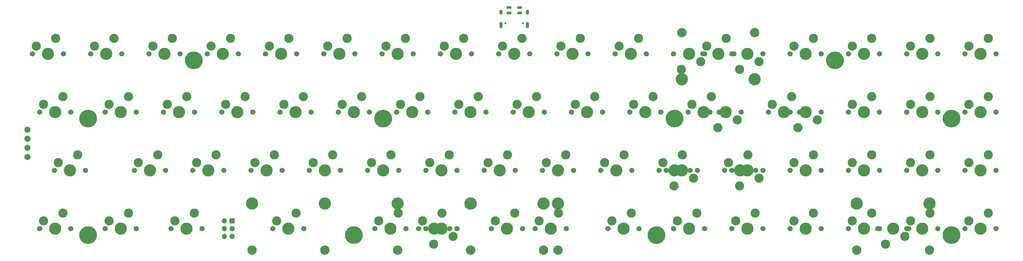
<source format=gts>
G04 #@! TF.GenerationSoftware,KiCad,Pcbnew,(5.99.0-10161-g3a96736b1f)*
G04 #@! TF.CreationDate,2021-06-27T22:24:53+03:00*
G04 #@! TF.ProjectId,lyra_alpha,6c797261-5f61-46c7-9068-612e6b696361,rev?*
G04 #@! TF.SameCoordinates,Original*
G04 #@! TF.FileFunction,Soldermask,Top*
G04 #@! TF.FilePolarity,Negative*
%FSLAX46Y46*%
G04 Gerber Fmt 4.6, Leading zero omitted, Abs format (unit mm)*
G04 Created by KiCad (PCBNEW (5.99.0-10161-g3a96736b1f)) date 2021-06-27 22:24:53*
%MOMM*%
%LPD*%
G01*
G04 APERTURE LIST*
%ADD10C,1.701800*%
%ADD11C,3.000000*%
%ADD12C,3.987800*%
%ADD13C,4.000000*%
%ADD14C,3.050000*%
%ADD15R,1.600000X0.850000*%
%ADD16C,0.600000*%
%ADD17C,5.800000*%
%ADD18C,2.000000*%
%ADD19C,0.650000*%
%ADD20O,1.000000X2.100000*%
%ADD21O,1.000000X1.600000*%
%ADD22R,1.700000X1.700000*%
%ADD23O,1.700000X1.700000*%
G04 APERTURE END LIST*
D10*
X283686000Y-123825000D03*
D11*
X274796000Y-121285000D03*
D10*
X273526000Y-123825000D03*
D12*
X278606000Y-123825000D03*
D11*
X281146000Y-118745000D03*
D13*
X378612000Y-115585000D03*
D14*
X378612000Y-130825000D03*
D13*
X354812000Y-115585000D03*
D14*
X354812000Y-130825000D03*
D15*
X244638000Y-53262400D03*
X244638000Y-51512400D03*
X241138000Y-51512400D03*
X241138000Y-53262400D03*
D16*
X139548841Y-70195441D03*
X136675159Y-67321759D03*
X140144000Y-68758600D03*
X136675159Y-70195441D03*
X139548841Y-67321759D03*
X136080000Y-68758600D03*
X138112000Y-66726600D03*
D17*
X138112000Y-68758600D03*
D16*
X138112000Y-70790600D03*
D13*
X157169000Y-115585000D03*
D14*
X180969000Y-130825000D03*
X157169000Y-130825000D03*
D13*
X180969000Y-115585000D03*
X228594000Y-115585000D03*
X204794000Y-115585000D03*
D14*
X228594000Y-130825000D03*
X204794000Y-130825000D03*
X297662000Y-59675000D03*
X321462000Y-59675000D03*
D13*
X321462000Y-74915000D03*
X297662000Y-74915000D03*
D11*
X86677500Y-64135000D03*
D12*
X90487500Y-66675000D03*
D10*
X95567500Y-66675000D03*
X85407500Y-66675000D03*
D11*
X93027500Y-61595000D03*
X124778000Y-64135000D03*
D10*
X133668000Y-66675000D03*
X123508000Y-66675000D03*
D12*
X128588000Y-66675000D03*
D11*
X131128000Y-61595000D03*
D10*
X161608000Y-66675000D03*
D11*
X169228000Y-61595000D03*
X162878000Y-64135000D03*
D12*
X166688000Y-66675000D03*
D10*
X171768000Y-66675000D03*
D11*
X207328000Y-61595000D03*
D10*
X209868000Y-66675000D03*
D11*
X200978000Y-64135000D03*
D10*
X199708000Y-66675000D03*
D12*
X204788000Y-66675000D03*
D11*
X245428000Y-61595000D03*
D10*
X237808000Y-66675000D03*
X247968000Y-66675000D03*
D11*
X239078000Y-64135000D03*
D12*
X242888000Y-66675000D03*
D10*
X286068000Y-66675000D03*
X275908000Y-66675000D03*
D12*
X280988000Y-66675000D03*
D11*
X283528000Y-61595000D03*
X277178000Y-64135000D03*
D12*
X319088000Y-66675000D03*
D10*
X314008000Y-66675000D03*
D11*
X322898000Y-69215000D03*
D10*
X324168000Y-66675000D03*
D11*
X316548000Y-71755000D03*
D10*
X362268000Y-66675000D03*
D11*
X353378000Y-64135000D03*
D12*
X357188000Y-66675000D03*
D11*
X359728000Y-61595000D03*
D10*
X352108000Y-66675000D03*
X390208000Y-66675000D03*
D11*
X391478000Y-64135000D03*
D12*
X395288000Y-66675000D03*
D10*
X400368000Y-66675000D03*
D11*
X397828000Y-61595000D03*
D12*
X92868800Y-85725000D03*
D11*
X89058800Y-83185000D03*
D10*
X87788800Y-85725000D03*
X97948800Y-85725000D03*
D11*
X95408800Y-80645000D03*
X135890000Y-80645000D03*
D10*
X128270000Y-85725000D03*
D12*
X133350000Y-85725000D03*
D10*
X138430000Y-85725000D03*
D11*
X129540000Y-83185000D03*
X167640000Y-83185000D03*
X173990000Y-80645000D03*
D12*
X171450000Y-85725000D03*
D10*
X166370000Y-85725000D03*
X176530000Y-85725000D03*
X252730000Y-85725000D03*
X242570000Y-85725000D03*
D12*
X247650000Y-85725000D03*
D11*
X243840000Y-83185000D03*
X250190000Y-80645000D03*
D10*
X290830000Y-85725000D03*
D11*
X281940000Y-83185000D03*
D12*
X285750000Y-85725000D03*
D10*
X280670000Y-85725000D03*
D11*
X288290000Y-80645000D03*
D10*
X325914000Y-85725000D03*
D11*
X333534000Y-80645000D03*
X327184000Y-83185000D03*
D10*
X336074000Y-85725000D03*
D12*
X330994000Y-85725000D03*
D10*
X362268000Y-85725000D03*
D12*
X357188000Y-85725000D03*
D11*
X353378000Y-83185000D03*
D10*
X352108000Y-85725000D03*
D11*
X359728000Y-80645000D03*
D12*
X395288000Y-85725000D03*
D11*
X391478000Y-83185000D03*
D10*
X390208000Y-85725000D03*
D11*
X397828000Y-80645000D03*
D10*
X400368000Y-85725000D03*
D11*
X93821200Y-102235000D03*
X100171200Y-99695000D03*
D10*
X102711200Y-104775000D03*
X92551200Y-104775000D03*
D12*
X97631200Y-104775000D03*
X142875000Y-104775000D03*
D11*
X139065000Y-102235000D03*
D10*
X147955000Y-104775000D03*
X137795000Y-104775000D03*
D11*
X145415000Y-99695000D03*
D10*
X186055000Y-104775000D03*
X175895000Y-104775000D03*
D11*
X177165000Y-102235000D03*
X183515000Y-99695000D03*
D12*
X180975000Y-104775000D03*
D10*
X224155000Y-104775000D03*
D11*
X221615000Y-99695000D03*
D10*
X213995000Y-104775000D03*
D11*
X215265000Y-102235000D03*
D12*
X219075000Y-104775000D03*
X257175000Y-104775000D03*
D10*
X262255000Y-104775000D03*
D11*
X253365000Y-102235000D03*
X259715000Y-99695000D03*
D10*
X252095000Y-104775000D03*
X290195000Y-104775000D03*
X300355000Y-104775000D03*
D11*
X291465000Y-102235000D03*
X297815000Y-99695000D03*
D12*
X295275000Y-104775000D03*
X338138000Y-104775000D03*
D11*
X334328000Y-102235000D03*
D10*
X333058000Y-104775000D03*
D11*
X340678000Y-99695000D03*
D10*
X343218000Y-104775000D03*
D11*
X353378000Y-102235000D03*
D10*
X362268000Y-104775000D03*
D12*
X357188000Y-104775000D03*
D10*
X352108000Y-104775000D03*
D11*
X359728000Y-99695000D03*
D10*
X400368000Y-104775000D03*
X390208000Y-104775000D03*
D11*
X391478000Y-102235000D03*
D12*
X395288000Y-104775000D03*
D11*
X397828000Y-99695000D03*
D10*
X87788800Y-123825000D03*
D11*
X95408800Y-118745000D03*
X89058800Y-121285000D03*
D10*
X97948800Y-123825000D03*
D12*
X92868800Y-123825000D03*
D11*
X131921000Y-121285000D03*
D12*
X135731000Y-123825000D03*
D10*
X130651000Y-123825000D03*
X140811000Y-123825000D03*
D11*
X138271000Y-118745000D03*
D12*
X338138000Y-85725000D03*
D10*
X333058000Y-85725000D03*
D11*
X335598000Y-90805000D03*
D10*
X343218000Y-85725000D03*
D11*
X341948000Y-88265000D03*
X204946000Y-118745000D03*
D10*
X197326000Y-123825000D03*
D11*
X198596000Y-121285000D03*
D12*
X202406000Y-123825000D03*
D10*
X207486000Y-123825000D03*
D11*
X236696000Y-121285000D03*
D10*
X235426000Y-123825000D03*
X245586000Y-123825000D03*
D11*
X243046000Y-118745000D03*
D12*
X240506000Y-123825000D03*
D10*
X324168000Y-123825000D03*
D11*
X321628000Y-118745000D03*
D12*
X319088000Y-123825000D03*
D10*
X314008000Y-123825000D03*
D11*
X315278000Y-121285000D03*
D10*
X362268000Y-123825000D03*
X352108000Y-123825000D03*
D11*
X353378000Y-121285000D03*
D12*
X357188000Y-123825000D03*
D11*
X359728000Y-118745000D03*
X397828000Y-118745000D03*
X391478000Y-121285000D03*
D10*
X400368000Y-123825000D03*
X390208000Y-123825000D03*
D12*
X395288000Y-123825000D03*
D11*
X112078000Y-61595000D03*
D10*
X114618000Y-66675000D03*
D12*
X109538000Y-66675000D03*
D10*
X104458000Y-66675000D03*
D11*
X105728000Y-64135000D03*
D12*
X147638000Y-66675000D03*
D11*
X143828000Y-64135000D03*
X150178000Y-61595000D03*
D10*
X142558000Y-66675000D03*
X152718000Y-66675000D03*
D11*
X188278000Y-61595000D03*
X181928000Y-64135000D03*
D12*
X185738000Y-66675000D03*
D10*
X190818000Y-66675000D03*
X180658000Y-66675000D03*
D12*
X223838000Y-66675000D03*
D11*
X226378000Y-61595000D03*
X220028000Y-64135000D03*
D10*
X218758000Y-66675000D03*
X228918000Y-66675000D03*
D12*
X261938000Y-66675000D03*
D10*
X256858000Y-66675000D03*
X267018000Y-66675000D03*
D11*
X258128000Y-64135000D03*
X264478000Y-61595000D03*
D10*
X305118000Y-66675000D03*
D12*
X300038000Y-66675000D03*
D11*
X297498000Y-71755000D03*
D10*
X294958000Y-66675000D03*
D11*
X303848000Y-69215000D03*
D10*
X343218000Y-66675000D03*
D11*
X340678000Y-61595000D03*
X334328000Y-64135000D03*
D10*
X333058000Y-66675000D03*
D12*
X338138000Y-66675000D03*
D11*
X378778000Y-61595000D03*
D12*
X376238000Y-66675000D03*
D11*
X372428000Y-64135000D03*
D10*
X381318000Y-66675000D03*
X371158000Y-66675000D03*
X371792000Y-123825000D03*
D11*
X364172000Y-128905000D03*
D12*
X366712000Y-123825000D03*
D10*
X361632000Y-123825000D03*
D11*
X370522000Y-126365000D03*
D10*
X109220000Y-85725000D03*
D11*
X116840000Y-80645000D03*
D10*
X119380000Y-85725000D03*
D11*
X110490000Y-83185000D03*
D12*
X114300000Y-85725000D03*
D11*
X148590000Y-83185000D03*
X154940000Y-80645000D03*
D12*
X152400000Y-85725000D03*
D10*
X157480000Y-85725000D03*
X147320000Y-85725000D03*
X195580000Y-85725000D03*
D11*
X186690000Y-83185000D03*
D12*
X190500000Y-85725000D03*
D11*
X193040000Y-80645000D03*
D10*
X185420000Y-85725000D03*
X233680000Y-85725000D03*
X223520000Y-85725000D03*
D11*
X224790000Y-83185000D03*
X231140000Y-80645000D03*
D12*
X228600000Y-85725000D03*
D11*
X262890000Y-83185000D03*
X269240000Y-80645000D03*
D10*
X261620000Y-85725000D03*
D12*
X266700000Y-85725000D03*
D10*
X271780000Y-85725000D03*
D12*
X304800000Y-85725000D03*
D10*
X299720000Y-85725000D03*
X309880000Y-85725000D03*
D11*
X300990000Y-83185000D03*
X307340000Y-80645000D03*
D10*
X306864000Y-85725000D03*
D11*
X315754000Y-88265000D03*
D10*
X317024000Y-85725000D03*
D11*
X309404000Y-90805000D03*
D12*
X311944000Y-85725000D03*
X376238000Y-85725000D03*
D11*
X378778000Y-80645000D03*
D10*
X371158000Y-85725000D03*
D11*
X372428000Y-83185000D03*
D10*
X381318000Y-85725000D03*
X292576000Y-104775000D03*
D11*
X295116000Y-109855000D03*
D10*
X302736000Y-104775000D03*
D12*
X297656000Y-104775000D03*
D11*
X301466000Y-107315000D03*
D12*
X123825000Y-104775000D03*
D11*
X126365000Y-99695000D03*
X120015000Y-102235000D03*
D10*
X128905000Y-104775000D03*
X118745000Y-104775000D03*
D12*
X161925000Y-104775000D03*
D10*
X167005000Y-104775000D03*
X156845000Y-104775000D03*
D11*
X158115000Y-102235000D03*
X164465000Y-99695000D03*
X196215000Y-102235000D03*
D10*
X194945000Y-104775000D03*
D12*
X200025000Y-104775000D03*
D10*
X205105000Y-104775000D03*
D11*
X202565000Y-99695000D03*
X240665000Y-99695000D03*
X234315000Y-102235000D03*
D10*
X243205000Y-104775000D03*
X233045000Y-104775000D03*
D12*
X238125000Y-104775000D03*
D10*
X281305000Y-104775000D03*
D11*
X278765000Y-99695000D03*
D10*
X271145000Y-104775000D03*
D11*
X272415000Y-102235000D03*
D12*
X276225000Y-104775000D03*
D11*
X312896000Y-102235000D03*
D10*
X311626000Y-104775000D03*
D12*
X316706000Y-104775000D03*
D10*
X321786000Y-104775000D03*
D11*
X319246000Y-99695000D03*
D10*
X314642000Y-66675000D03*
X304482000Y-66675000D03*
D11*
X305752000Y-64135000D03*
D12*
X309562000Y-66675000D03*
D11*
X312102000Y-61595000D03*
X378778000Y-99695000D03*
D10*
X371158000Y-104775000D03*
D12*
X376238000Y-104775000D03*
D11*
X372428000Y-102235000D03*
D10*
X381318000Y-104775000D03*
D11*
X322898000Y-107315000D03*
D10*
X314008000Y-104775000D03*
D12*
X319088000Y-104775000D03*
D10*
X324168000Y-104775000D03*
D11*
X316548000Y-109855000D03*
X110490000Y-121285000D03*
X116840000Y-118745000D03*
D10*
X109220000Y-123825000D03*
X119380000Y-123825000D03*
D12*
X114300000Y-123825000D03*
X169069000Y-123825000D03*
D11*
X171609000Y-118745000D03*
X165259000Y-121285000D03*
D10*
X163989000Y-123825000D03*
X174149000Y-123825000D03*
X221774000Y-123825000D03*
D11*
X212884000Y-121285000D03*
D12*
X216694000Y-123825000D03*
D10*
X211614000Y-123825000D03*
D11*
X219234000Y-118745000D03*
D12*
X219075000Y-123825000D03*
D11*
X216535000Y-128905000D03*
X222885000Y-126365000D03*
D10*
X213995000Y-123825000D03*
X224155000Y-123825000D03*
D12*
X254794000Y-123825000D03*
D11*
X250984000Y-121285000D03*
D10*
X259874000Y-123825000D03*
D11*
X257334000Y-118745000D03*
D10*
X249714000Y-123825000D03*
X294958000Y-123825000D03*
D11*
X296228000Y-121285000D03*
X302578000Y-118745000D03*
D12*
X300038000Y-123825000D03*
D10*
X305118000Y-123825000D03*
D12*
X338138000Y-123825000D03*
D10*
X333058000Y-123825000D03*
D11*
X334328000Y-121285000D03*
D10*
X343218000Y-123825000D03*
D11*
X340678000Y-118745000D03*
D12*
X376238000Y-123825000D03*
D11*
X378778000Y-118745000D03*
D10*
X371158000Y-123825000D03*
X381318000Y-123825000D03*
D11*
X372428000Y-121285000D03*
D14*
X257169000Y-130825000D03*
X157169000Y-130825000D03*
D13*
X257169000Y-115585000D03*
X157169000Y-115585000D03*
D16*
X349098841Y-67321759D03*
X347662000Y-66726600D03*
X346225159Y-67321759D03*
X349694000Y-68758600D03*
X347662000Y-70790600D03*
X349098841Y-70195441D03*
X346225159Y-70195441D03*
X345630000Y-68758600D03*
D17*
X347662000Y-68758600D03*
D11*
X212090000Y-80645000D03*
D10*
X204470000Y-85725000D03*
X214630000Y-85725000D03*
D12*
X209550000Y-85725000D03*
D11*
X205740000Y-83185000D03*
D17*
X200025000Y-87808600D03*
D16*
X198588159Y-89245441D03*
X198588159Y-86371759D03*
X200025000Y-85776600D03*
X197993000Y-87808600D03*
X200025000Y-89840600D03*
X202057000Y-87808600D03*
X201461841Y-89245441D03*
X201461841Y-86371759D03*
X102147159Y-89245441D03*
X101552000Y-87808600D03*
X103584000Y-85776600D03*
X103584000Y-89840600D03*
X105616000Y-87808600D03*
X105020841Y-89245441D03*
X102147159Y-86371759D03*
D17*
X103584000Y-87808600D03*
D16*
X105020841Y-86371759D03*
X297307000Y-87808600D03*
X295275000Y-85776600D03*
X293838159Y-86371759D03*
D17*
X295275000Y-87808600D03*
D16*
X296711841Y-89245441D03*
X293838159Y-89245441D03*
X296711841Y-86371759D03*
X293243000Y-87808600D03*
X295275000Y-89840600D03*
X384325159Y-89245441D03*
X387198841Y-86371759D03*
X385762000Y-85776600D03*
D17*
X385762000Y-87808600D03*
D16*
X387794000Y-87808600D03*
X383730000Y-87808600D03*
X387198841Y-89245441D03*
X384325159Y-86371759D03*
X385762000Y-89840600D03*
X105020841Y-124472159D03*
X103584000Y-123877000D03*
X102147159Y-124472159D03*
X105020841Y-127345841D03*
X102147159Y-127345841D03*
X103584000Y-127941000D03*
X105616000Y-125909000D03*
X101552000Y-125909000D03*
D17*
X103584000Y-125909000D03*
D16*
X289322000Y-123877000D03*
X291354000Y-125909000D03*
X290758841Y-127345841D03*
D17*
X289322000Y-125909000D03*
D16*
X289322000Y-127941000D03*
X287885159Y-127345841D03*
X290758841Y-124472159D03*
X287290000Y-125909000D03*
X287885159Y-124472159D03*
X192532000Y-125909000D03*
D17*
X190500000Y-125909000D03*
D16*
X191936841Y-124472159D03*
X189063159Y-127345841D03*
X190500000Y-127941000D03*
X191936841Y-127345841D03*
X190500000Y-123877000D03*
X188468000Y-125909000D03*
X189063159Y-124472159D03*
X384325159Y-124472159D03*
X383730000Y-125909000D03*
X385762000Y-127941000D03*
X387198841Y-124472159D03*
X387794000Y-125909000D03*
D17*
X385762000Y-125909000D03*
D16*
X384325159Y-127345841D03*
X385762000Y-123877000D03*
X387198841Y-127345841D03*
D14*
X228606000Y-130825000D03*
D13*
X252406000Y-115585000D03*
D14*
X252406000Y-130825000D03*
D13*
X228606000Y-115585000D03*
D18*
X83770000Y-94406400D03*
X83770100Y-100359000D03*
X83770100Y-97382900D03*
D19*
X239998000Y-56692170D03*
X245778000Y-56692170D03*
D20*
X247208000Y-57222170D03*
X238568000Y-57222170D03*
D21*
X247208000Y-53042170D03*
X238568000Y-53042170D03*
D18*
X83770000Y-91429800D03*
D22*
X150693000Y-121285000D03*
D23*
X148153000Y-121285000D03*
X150693000Y-123825000D03*
X148153000Y-123825000D03*
X150693000Y-126365000D03*
X148153000Y-126365000D03*
M02*

</source>
